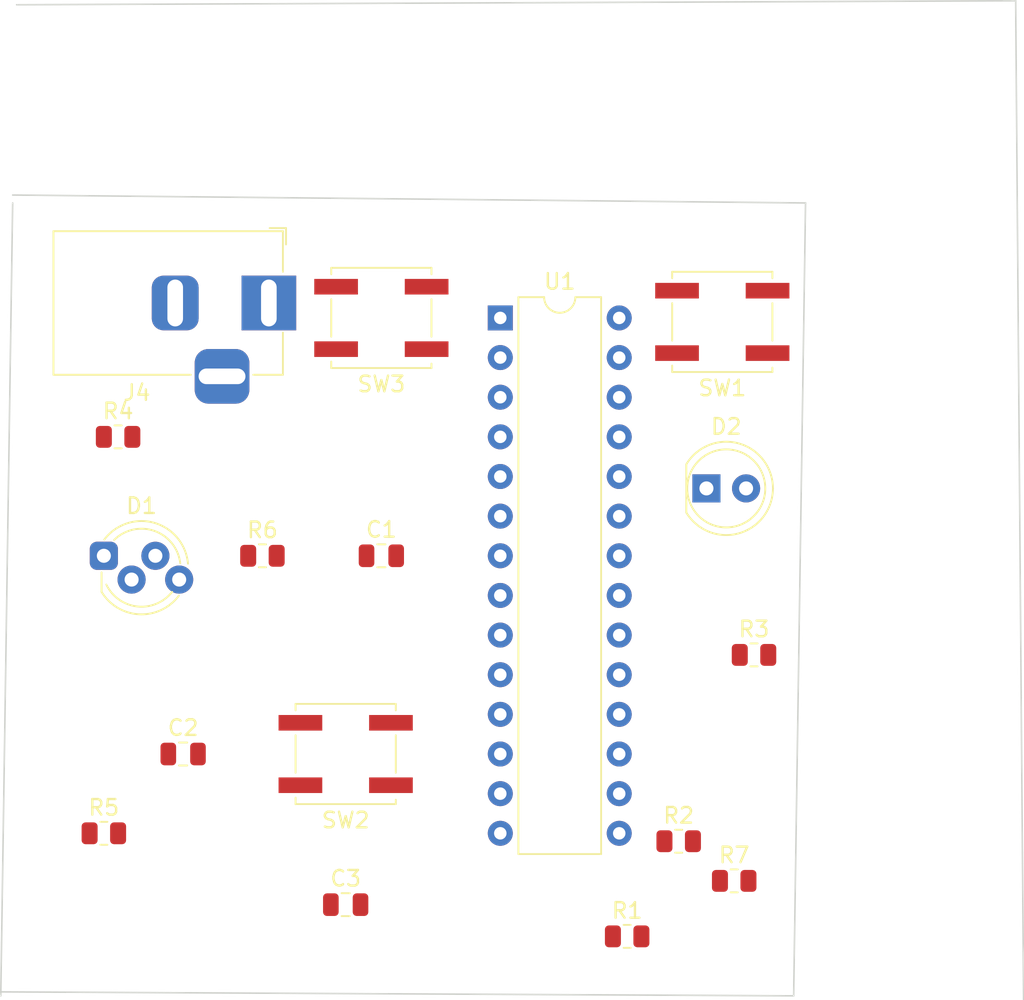
<source format=kicad_pcb>
(kicad_pcb (version 20211014) (generator pcbnew)
  (title_block (title "RGB LED CUSTOMISABLE") (rev "1") (company "University of Macedonia"))
  (layers (0 "F.Cu" signal) (31 "B.Cu" signal) (34 "B.Paste" user) (35 "F.Paste" user) (36 "B.SilkS" user "B.Silkscreen") (37 "F.SilkS" user "F.Silkscreen") (38 "B.Mask" user) (39 "F.Mask" user) (44 "Edge.Cuts" user))
  (net 0 "")
  (net 1 "VCC")
  (net 2 "GND")
  (net 3 "/XTAL1")
  (net 4 "/XTAL2")
  (net 5 "Net-(R4-Pad2)")
  (net 6 "Net-(D1-Pad2)")
  (net 7 "Net-(D1-Pad3)")
  (net 8 "Net-(D2-Pad2)")
  (net 9 "Net-(R1-Pad1)")
  (net 10 "Net-(R2-Pad1)")
  (net 11 "Net-(SW3-Pad3)")
  (net 12 "/3")
  (net 13 "/5")
  (net 14 "/6")
  (net 15 "/RESET")
  (net 19 "/0")
  (net 20 "/1")
  (net 21 "/2")
  (net 22 "/4")
  (net 23 "/7")
  (net 24 "/8")
  (net 27 "/MOSI")
  (net 28 "/MISO")
  (net 29 "/SCK")
  (footprint "Resistor_SMD:R_0805_2012Metric" (layer "F.Cu") (at 128.27 117.348)
    (fp_text reference "R2" (at 0 -1.65) (layer "F.SilkS"))
    (fp_text value "R")
    (fp_line (start -0.227064 -0.735) (end 0.227064 -0.735) (layer "F.SilkS") (width 0.12))
    (fp_line (start -0.227064 0.735) (end 0.227064 0.735) (layer "F.SilkS") (width 0.12))
    (pad "1" smd roundrect (at -0.9125 0) (size 1.025 1.4) (layers "F.Cu" "F.Paste" "F.Mask") (roundrect_rratio 0.243902) (net 10 "Net-(R2-Pad1)"))
    (pad "2" smd roundrect (at 0.9125 0) (size 1.025 1.4) (layers "F.Cu" "F.Paste" "F.Mask") (roundrect_rratio 0.243902) (net 1 "VCC"))
  )
  (footprint "Resistor_SMD:R_0805_2012Metric" (layer "F.Cu") (at 133.096 105.41)
    (fp_text reference "R3" (at 0 -1.65) (layer "F.SilkS"))
    (fp_text value "R")
    (fp_line (start -0.227064 -0.735) (end 0.227064 -0.735) (layer "F.SilkS") (width 0.12))
    (fp_line (start -0.227064 0.735) (end 0.227064 0.735) (layer "F.SilkS") (width 0.12))
    (pad "1" smd roundrect (at -0.9125 0) (size 1.025 1.4) (layers "F.Cu" "F.Paste" "F.Mask") (roundrect_rratio 0.243902) (net 11 "Net-(SW3-Pad3)"))
    (pad "2" smd roundrect (at 0.9125 0) (size 1.025 1.4) (layers "F.Cu" "F.Paste" "F.Mask") (roundrect_rratio 0.243902) (net 1 "VCC"))
  )
  (footprint "Capacitor_SMD:C_0805_2012Metric" (layer "F.Cu") (at 106.934 121.412)
    (fp_text reference "C3" (at 0 -1.68) (layer "F.SilkS"))
    (fp_text value "C")
    (fp_line (start -0.261252 0.735) (end 0.261252 0.735) (layer "F.SilkS") (width 0.12))
    (fp_line (start -0.261252 -0.735) (end 0.261252 -0.735) (layer "F.SilkS") (width 0.12))
    (pad "1" smd roundrect (at -0.95 0) (size 1 1.45) (layers "F.Cu" "F.Paste" "F.Mask") (net 2 "GND"))
    (pad "2" smd roundrect (at 0.95 0) (size 1 1.45) (layers "F.Cu" "F.Paste" "F.Mask") (net 4 "/XTAL2"))
  )
  (footprint "Button_Switch_SMD:SW_Push_1P1T_NO_CK_KSC6xxJ" (layer "F.Cu") (at 109.22 83.82)
    (fp_text reference "SW3" (at 0 4.24) (layer "F.SilkS"))
    (fp_text value "SW_MEC_5E")
    (fp_line (start -3.21 2.8) (end -3.21 3.21) (layer "F.SilkS") (width 0.12))
    (fp_line (start -3.21 3.21) (end 3.21 3.21) (layer "F.SilkS") (width 0.12))
    (fp_line (start -3.21 -3.21) (end -3.21 -2.8) (layer "F.SilkS") (width 0.12))
    (fp_line (start -3.21 -1.2) (end -3.21 1.2) (layer "F.SilkS") (width 0.12))
    (fp_line (start 3.21 3.21) (end 3.21 2.93) (layer "F.SilkS") (width 0.12))
    (fp_line (start 3.21 -2.8) (end 3.21 -3.21) (layer "F.SilkS") (width 0.12))
    (fp_line (start 3.21 1.2) (end 3.21 -1.2) (layer "F.SilkS") (width 0.12))
    (fp_line (start 3.21 -3.21) (end -3.21 -3.21) (layer "F.SilkS") (width 0.12))
    (pad "1" smd rect (at 2.9 -2) (size 2.8 1) (layers "F.Cu" "F.Paste" "F.Mask"))
    (pad "1" smd rect (at -2.9 -2) (size 2.8 1) (layers "F.Cu" "F.Paste" "F.Mask"))
    (pad "2" smd rect (at -2.9 2) (size 2.8 1) (layers "F.Cu" "F.Paste" "F.Mask") (net 2 "GND"))
    (pad "2" smd rect (at 2.9 2) (size 2.8 1) (layers "F.Cu" "F.Paste" "F.Mask") (net 2 "GND"))
  )
  (footprint "Capacitor_SMD:C_0805_2012Metric" (layer "F.Cu") (at 96.52 111.76)
    (fp_text reference "C2" (at 0 -1.68) (layer "F.SilkS"))
    (fp_text value "C")
    (fp_line (start -0.261252 -0.735) (end 0.261252 -0.735) (layer "F.SilkS") (width 0.12))
    (fp_line (start -0.261252 0.735) (end 0.261252 0.735) (layer "F.SilkS") (width 0.12))
    (pad "1" smd roundrect (at -0.95 0) (size 1 1.45) (layers "F.Cu" "F.Paste" "F.Mask") (net 2 "GND"))
    (pad "2" smd roundrect (at 0.95 0) (size 1 1.45) (layers "F.Cu" "F.Paste" "F.Mask") (net 3 "/XTAL1"))
  )
  (footprint "Resistor_SMD:R_0805_2012Metric" (layer "F.Cu") (at 124.968 123.444)
    (fp_text reference "R1" (at 0 -1.65) (layer "F.SilkS"))
    (fp_text value "10KΩ")
    (fp_line (start -0.227064 0.735) (end 0.227064 0.735) (layer "F.SilkS") (width 0.12))
    (fp_line (start -0.227064 -0.735) (end 0.227064 -0.735) (layer "F.SilkS") (width 0.12))
    (pad "1" smd roundrect (at -0.9125 0) (size 1.025 1.4) (layers "F.Cu" "F.Paste" "F.Mask") (roundrect_rratio 0.243902) (net 9 "Net-(R1-Pad1)"))
    (pad "2" smd roundrect (at 0.9125 0) (size 1.025 1.4) (layers "F.Cu" "F.Paste" "F.Mask") (roundrect_rratio 0.243902) (net 1 "VCC"))
  )
  (footprint "Resistor_SMD:R_0805_2012Metric" (layer "F.Cu") (at 131.826 119.888)
    (fp_text reference "R7" (at 0 -1.65) (layer "F.SilkS"))
    (fp_text value "R")
    (fp_line (start -0.227064 -0.735) (end 0.227064 -0.735) (layer "F.SilkS") (width 0.12))
    (fp_line (start -0.227064 0.735) (end 0.227064 0.735) (layer "F.SilkS") (width 0.12))
    (pad "1" smd roundrect (at -0.9125 0) (size 1.025 1.4) (layers "F.Cu" "F.Paste" "F.Mask") (roundrect_rratio 0.243902) (net 1 "VCC"))
    (pad "2" smd roundrect (at 0.9125 0) (size 1.025 1.4) (layers "F.Cu" "F.Paste" "F.Mask") (roundrect_rratio 0.243902) (net 15 "/RESET"))
  )
  (footprint "Connector_BarrelJack:BarrelJack_Horizontal" (layer "F.Cu") (at 102.012 82.8625)
    (fp_text reference "J4" (at -8.45 5.75) (layer "F.SilkS"))
    (fp_text value "Barrel_Jack_Switch")
    (fp_line (start 0.9 1.9) (end 0.9 4.6) (layer "F.SilkS") (width 0.12))
    (fp_line (start 0.9 4.6) (end -1 4.6) (layer "F.SilkS") (width 0.12))
    (fp_line (start 0.9 -4.6) (end 0.9 -2) (layer "F.SilkS") (width 0.12))
    (fp_line (start 1.1 -3.75) (end 1.1 -4.8) (layer "F.SilkS") (width 0.12))
    (fp_line (start -5 4.6) (end -13.8 4.6) (layer "F.SilkS") (width 0.12))
    (fp_line (start -13.8 4.6) (end -13.8 -4.6) (layer "F.SilkS") (width 0.12))
    (fp_line (start -13.8 -4.6) (end 0.9 -4.6) (layer "F.SilkS") (width 0.12))
    (fp_line (start 0.05 -4.8) (end 1.1 -4.8) (layer "F.SilkS") (width 0.12))
    (pad "1" thru_hole rect (at 0 0) (size 3.5 3.5) (drill oval 1 3) (layers *.Cu *.Mask) (net 8 "Net-(D2-Pad2)"))
    (pad "2" thru_hole roundrect (at -6 0) (size 3 3.5) (drill oval 1 3) (layers *.Cu *.Mask) (net 2 "GND"))
    (pad "3" thru_hole roundrect (at -3 4.7) (size 3.5 3.5) (drill oval 3 1) (layers *.Cu *.Mask) (net 2 "GND"))
  )
  (footprint "LED_THT:LED_D5.0mm-4_RGB_Staggered_Pins" (layer "F.Cu") (at 91.44 99.06)
    (fp_text reference "D1" (at 2.413 -3.198) (layer "F.SilkS"))
    (fp_text value "LED_RGBA")
    (fp_line (start -0.147 1.061188) (end -0.147 2.307) (layer "F.SilkS") (width 0.12))
    (fp_arc (start 4.804334 2.556887) (mid 2.262188 3.748194) (end -0.147 2.30683) (layer "F.SilkS") (width 0.12))
    (fp_arc (start 4.372086 2.315056) (mid 2.134091 3.246393) (end 0.158316 1.842) (layer "F.SilkS") (width 0.12))
    (fp_arc (start 0.028 -1.038) (mid 3.238737 -2.109652) (end 5.389836 0.503784) (layer "F.SilkS") (width 0.12))
    (fp_arc (start 0.660401 -1.015999) (mid 3.242766 -1.592649) (end 4.89309 0.475579) (layer "F.SilkS") (width 0.12))
    (pad "1" thru_hole roundrect (at 0 0) (size 1.8 1.8) (drill 0.9) (layers *.Cu *.Mask) (net 5 "Net-(R4-Pad2)"))
    (pad "2" thru_hole circle (at 1.778 1.524) (size 1.8 1.8) (drill 0.9) (layers *.Cu *.Mask) (net 6 "Net-(D1-Pad2)"))
    (pad "3" thru_hole circle (at 3.302 0) (size 1.8 1.8) (drill 0.9) (layers *.Cu *.Mask) (net 7 "Net-(D1-Pad3)"))
    (pad "4" thru_hole circle (at 4.826 1.524) (size 1.8 1.8) (drill 0.9) (layers *.Cu *.Mask) (net 2 "GND"))
  )
  (footprint "Button_Switch_SMD:SW_Push_1P1T_NO_CK_KSC6xxJ" (layer "F.Cu") (at 131.064 84.074)
    (fp_text reference "SW1" (at 0 4.24) (layer "F.SilkS"))
    (fp_text value "SW_MEC_5E")
    (fp_line (start 3.21 1.2) (end 3.21 -1.2) (layer "F.SilkS") (width 0.12))
    (fp_line (start -3.21 -3.21) (end -3.21 -2.8) (layer "F.SilkS") (width 0.12))
    (fp_line (start -3.21 3.21) (end 3.21 3.21) (layer "F.SilkS") (width 0.12))
    (fp_line (start -3.21 -1.2) (end -3.21 1.2) (layer "F.SilkS") (width 0.12))
    (fp_line (start -3.21 2.8) (end -3.21 3.21) (layer "F.SilkS") (width 0.12))
    (fp_line (start 3.21 3.21) (end 3.21 2.93) (layer "F.SilkS") (width 0.12))
    (fp_line (start 3.21 -2.8) (end 3.21 -3.21) (layer "F.SilkS") (width 0.12))
    (fp_line (start 3.21 -3.21) (end -3.21 -3.21) (layer "F.SilkS") (width 0.12))
    (pad "1" smd rect (at -2.9 -2) (size 2.8 1) (layers "F.Cu" "F.Paste" "F.Mask"))
    (pad "1" smd rect (at 2.9 -2) (size 2.8 1) (layers "F.Cu" "F.Paste" "F.Mask"))
    (pad "2" smd rect (at 2.9 2) (size 2.8 1) (layers "F.Cu" "F.Paste" "F.Mask") (net 2 "GND"))
    (pad "2" smd rect (at -2.9 2) (size 2.8 1) (layers "F.Cu" "F.Paste" "F.Mask") (net 2 "GND"))
  )
  (footprint "Capacitor_SMD:C_0805_2012Metric" (layer "F.Cu") (at 109.22 99.06)
    (fp_text reference "C1" (at 0 -1.68) (layer "F.SilkS"))
    (fp_text value "C")
    (fp_line (start -0.261252 -0.735) (end 0.261252 -0.735) (layer "F.SilkS") (width 0.12))
    (fp_line (start -0.261252 0.735) (end 0.261252 0.735) (layer "F.SilkS") (width 0.12))
    (pad "1" smd roundrect (at -0.95 0) (size 1 1.45) (layers "F.Cu" "F.Paste" "F.Mask") (net 1 "VCC"))
    (pad "2" smd roundrect (at 0.95 0) (size 1 1.45) (layers "F.Cu" "F.Paste" "F.Mask") (net 2 "GND"))
  )
  (footprint "LED_THT:LED_D5.0mm" (layer "F.Cu") (at 130.048 94.742)
    (fp_text reference "D2" (at 1.27 -3.96) (layer "F.SilkS"))
    (fp_text value "LED")
    (fp_line (start -1.29 -1.545) (end -1.29 1.545) (layer "F.SilkS") (width 0.12))
    (fp_arc (start -1.29 -1.54483) (mid 2.072002 -2.880433) (end 4.26 0.000462) (layer "F.SilkS") (width 0.12))
    (fp_arc (start 4.26 -0.000462) (mid 2.072002 2.880433) (end -1.29 1.54483) (layer "F.SilkS") (width 0.12))
    (fp_circle (center 1.27 0) (end 3.77 0) (layer "F.SilkS") (width 0.12) (fill none))
    (pad "1" thru_hole rect (at 0 0) (size 1.8 1.8) (drill 0.9) (layers *.Cu *.Mask) (net 1 "VCC"))
    (pad "2" thru_hole circle (at 2.54 0) (size 1.8 1.8) (drill 0.9) (layers *.Cu *.Mask) (net 8 "Net-(D2-Pad2)"))
  )
  (footprint "Button_Switch_SMD:SW_Push_1P1T_NO_CK_KSC6xxJ" (layer "F.Cu") (at 106.934 111.76)
    (fp_text reference "SW2" (at 0 4.24) (layer "F.SilkS"))
    (fp_text value "SW_MEC_5E")
    (fp_line (start -3.21 2.8) (end -3.21 3.21) (layer "F.SilkS") (width 0.12))
    (fp_line (start -3.21 3.21) (end 3.21 3.21) (layer "F.SilkS") (width 0.12))
    (fp_line (start 3.21 -3.21) (end -3.21 -3.21) (layer "F.SilkS") (width 0.12))
    (fp_line (start -3.21 -3.21) (end -3.21 -2.8) (layer "F.SilkS") (width 0.12))
    (fp_line (start -3.21 -1.2) (end -3.21 1.2) (layer "F.SilkS") (width 0.12))
    (fp_line (start 3.21 3.21) (end 3.21 2.93) (layer "F.SilkS") (width 0.12))
    (fp_line (start 3.21 -2.8) (end 3.21 -3.21) (layer "F.SilkS") (width 0.12))
    (fp_line (start 3.21 1.2) (end 3.21 -1.2) (layer "F.SilkS") (width 0.12))
    (pad "1" smd rect (at -2.9 -2) (size 2.8 1) (layers "F.Cu" "F.Paste" "F.Mask"))
    (pad "1" smd rect (at 2.9 -2) (size 2.8 1) (layers "F.Cu" "F.Paste" "F.Mask"))
    (pad "2" smd rect (at 2.9 2) (size 2.8 1) (layers "F.Cu" "F.Paste" "F.Mask") (net 2 "GND"))
    (pad "2" smd rect (at -2.9 2) (size 2.8 1) (layers "F.Cu" "F.Paste" "F.Mask") (net 2 "GND"))
  )
  (footprint "Resistor_SMD:R_0805_2012Metric" (layer "F.Cu") (at 101.6 99.06)
    (fp_text reference "R6" (at 0 -1.65) (layer "F.SilkS"))
    (fp_text value "R")
    (fp_line (start -0.227064 -0.735) (end 0.227064 -0.735) (layer "F.SilkS") (width 0.12))
    (fp_line (start -0.227064 0.735) (end 0.227064 0.735) (layer "F.SilkS") (width 0.12))
    (pad "1" smd roundrect (at -0.9125 0) (size 1.025 1.4) (layers "F.Cu" "F.Paste" "F.Mask") (roundrect_rratio 0.243902) (net 14 "/6"))
    (pad "2" smd roundrect (at 0.9125 0) (size 1.025 1.4) (layers "F.Cu" "F.Paste" "F.Mask") (roundrect_rratio 0.243902) (net 7 "Net-(D1-Pad3)"))
  )
  (footprint "Resistor_SMD:R_0805_2012Metric" (layer "F.Cu") (at 91.44 116.84)
    (fp_text reference "R5" (at 0 -1.65) (layer "F.SilkS"))
    (fp_text value "R")
    (fp_line (start -0.227064 0.735) (end 0.227064 0.735) (layer "F.SilkS") (width 0.12))
    (fp_line (start -0.227064 -0.735) (end 0.227064 -0.735) (layer "F.SilkS") (width 0.12))
    (pad "1" smd roundrect (at -0.9125 0) (size 1.025 1.4) (layers "F.Cu" "F.Paste" "F.Mask") (roundrect_rratio 0.243902) (net 13 "/5"))
    (pad "2" smd roundrect (at 0.9125 0) (size 1.025 1.4) (layers "F.Cu" "F.Paste" "F.Mask") (roundrect_rratio 0.243902) (net 6 "Net-(D1-Pad2)"))
  )
  (footprint "Package_DIP:DIP-28_W7.62mm" (layer "F.Cu") (at 116.84 83.82)
    (fp_text reference "U1" (at 3.81 -2.33) (layer "F.SilkS"))
    (fp_text value "ATmega328P-P")
    (fp_line (start 1.16 -1.33) (end 1.16 34.35) (layer "F.SilkS") (width 0.12))
    (fp_line (start 1.16 34.35) (end 6.46 34.35) (layer "F.SilkS") (width 0.12))
    (fp_line (start 6.46 -1.33) (end 4.81 -1.33) (layer "F.SilkS") (width 0.12))
    (fp_line (start 6.46 34.35) (end 6.46 -1.33) (layer "F.SilkS") (width 0.12))
    (fp_line (start 2.81 -1.33) (end 1.16 -1.33) (layer "F.SilkS") (width 0.12))
    (fp_arc (start 4.81 -1.33) (mid 3.81 -0.33) (end 2.81 -1.33) (layer "F.SilkS") (width 0.12))
    (pad "1" thru_hole rect (at 0 0) (size 1.6 1.6) (drill 0.8) (layers *.Cu *.Mask) (net 15 "/RESET"))
    (pad "2" thru_hole oval (at 0 2.54) (size 1.6 1.6) (drill 0.8) (layers *.Cu *.Mask) (net 19 "/0"))
    (pad "3" thru_hole oval (at 0 5.08) (size 1.6 1.6) (drill 0.8) (layers *.Cu *.Mask) (net 20 "/1"))
    (pad "4" thru_hole oval (at 0 7.62) (size 1.6 1.6) (drill 0.8) (layers *.Cu *.Mask) (net 21 "/2"))
    (pad "5" thru_hole oval (at 0 10.16) (size 1.6 1.6) (drill 0.8) (layers *.Cu *.Mask) (net 12 "/3"))
    (pad "6" thru_hole oval (at 0 12.7) (size 1.6 1.6) (drill 0.8) (layers *.Cu *.Mask) (net 22 "/4"))
    (pad "7" thru_hole oval (at 0 15.24) (size 1.6 1.6) (drill 0.8) (layers *.Cu *.Mask) (net 1 "VCC"))
    (pad "8" thru_hole oval (at 0 17.78) (size 1.6 1.6) (drill 0.8) (layers *.Cu *.Mask) (net 2 "GND"))
    (pad "9" thru_hole oval (at 0 20.32) (size 1.6 1.6) (drill 0.8) (layers *.Cu *.Mask) (net 3 "/XTAL1"))
    (pad "10" thru_hole oval (at 0 22.86) (size 1.6 1.6) (drill 0.8) (layers *.Cu *.Mask) (net 4 "/XTAL2"))
    (pad "11" thru_hole oval (at 0 25.4) (size 1.6 1.6) (drill 0.8) (layers *.Cu *.Mask) (net 13 "/5"))
    (pad "12" thru_hole oval (at 0 27.94) (size 1.6 1.6) (drill 0.8) (layers *.Cu *.Mask) (net 14 "/6"))
    (pad "13" thru_hole oval (at 0 30.48) (size 1.6 1.6) (drill 0.8) (layers *.Cu *.Mask) (net 23 "/7"))
    (pad "14" thru_hole oval (at 0 33.02) (size 1.6 1.6) (drill 0.8) (layers *.Cu *.Mask) (net 24 "/8"))
    (pad "15" thru_hole oval (at 7.62 33.02) (size 1.6 1.6) (drill 0.8) (layers *.Cu *.Mask))
    (pad "16" thru_hole oval (at 7.62 30.48) (size 1.6 1.6) (drill 0.8) (layers *.Cu *.Mask))
    (pad "17" thru_hole oval (at 7.62 27.94) (size 1.6 1.6) (drill 0.8) (layers *.Cu *.Mask) (net 27 "/MOSI"))
    (pad "18" thru_hole oval (at 7.62 25.4) (size 1.6 1.6) (drill 0.8) (layers *.Cu *.Mask) (net 28 "/MISO"))
    (pad "19" thru_hole oval (at 7.62 22.86) (size 1.6 1.6) (drill 0.8) (layers *.Cu *.Mask) (net 29 "/SCK"))
    (pad "20" thru_hole oval (at 7.62 20.32) (size 1.6 1.6) (drill 0.8) (layers *.Cu *.Mask) (net 1 "VCC"))
    (pad "21" thru_hole oval (at 7.62 17.78) (size 1.6 1.6) (drill 0.8) (layers *.Cu *.Mask))
    (pad "22" thru_hole oval (at 7.62 15.24) (size 1.6 1.6) (drill 0.8) (layers *.Cu *.Mask) (net 2 "GND"))
    (pad "23" thru_hole oval (at 7.62 12.7) (size 1.6 1.6) (drill 0.8) (layers *.Cu *.Mask))
    (pad "24" thru_hole oval (at 7.62 10.16) (size 1.6 1.6) (drill 0.8) (layers *.Cu *.Mask))
    (pad "25" thru_hole oval (at 7.62 7.62) (size 1.6 1.6) (drill 0.8) (layers *.Cu *.Mask))
    (pad "26" thru_hole oval (at 7.62 5.08) (size 1.6 1.6) (drill 0.8) (layers *.Cu *.Mask))
    (pad "27" thru_hole oval (at 7.62 2.54) (size 1.6 1.6) (drill 0.8) (layers *.Cu *.Mask))
    (pad "28" thru_hole oval (at 7.62 0) (size 1.6 1.6) (drill 0.8) (layers *.Cu *.Mask))
  )
  (footprint "Resistor_SMD:R_0805_2012Metric" (layer "F.Cu") (at 92.3525 91.44)
    (fp_text reference "R4" (at 0 -1.65) (layer "F.SilkS"))
    (fp_text value "R")
    (fp_line (start -0.227064 0.735) (end 0.227064 0.735) (layer "F.SilkS") (width 0.12))
    (fp_line (start -0.227064 -0.735) (end 0.227064 -0.735) (layer "F.SilkS") (width 0.12))
    (pad "1" smd roundrect (at -0.9125 0) (size 1.025 1.4) (layers "F.Cu" "F.Paste" "F.Mask") (roundrect_rratio 0.243902) (net 12 "/3"))
    (pad "2" smd roundrect (at 0.9125 0) (size 1.025 1.4) (layers "F.Cu" "F.Paste" "F.Mask") (roundrect_rratio 0.243902) (net 5 "Net-(R4-Pad2)"))
  )
  (gr_line (start 84.836 127) (end 135.636 127.254) (layer "Edge.Cuts") (width 0.1))
  (gr_line (start 136.398 76.454) (end 85.598 75.946) (layer "Edge.Cuts") (width 0.1))
  (gr_line (start 84.836 127.254) (end 85.598 76.454) (layer "Edge.Cuts") (width 0.1))
  (gr_line (start 85.852 63.754) (end 149.86 63.5) (layer "Edge.Cuts") (width 0.1))
  (gr_line (start 149.86 63.5) (end 150.368 127.508) (layer "Edge.Cuts") (width 0.1))
  (gr_line (start 135.636 127.254) (end 136.398 76.454) (layer "Edge.Cuts") (width 0.1))
)
</source>
